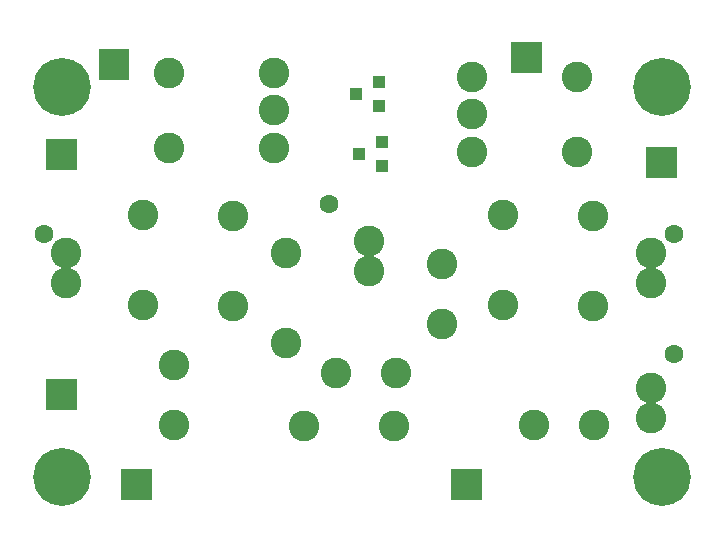
<source format=gbr>
%FSLAX34Y34*%
%MOMM*%
%LNSOLDERMASK_TOP*%
G71*
G01*
%ADD10C,2.600*%
%ADD11C,2.600*%
%ADD12C,4.900*%
%ADD13R,1.100X1.000*%
%ADD14C,1.600*%
%LPD*%
X6350Y-3050D02*
G54D10*
D03*
X6350Y-28450D02*
G54D10*
D03*
X-158750Y-107950D02*
G54D10*
D03*
X-158750Y-158750D02*
G54D10*
D03*
X146050Y-158750D02*
G54D10*
D03*
X196850Y-158750D02*
G54D10*
D03*
X-64083Y-13184D02*
G54D10*
D03*
X-64133Y-89434D02*
G54D10*
D03*
X-64083Y-13184D02*
G54D11*
D03*
X67931Y-22198D02*
G54D10*
D03*
X68043Y-73179D02*
G54D10*
D03*
X67931Y-22198D02*
G54D11*
D03*
X29203Y-114626D02*
G54D10*
D03*
X-21778Y-114739D02*
G54D10*
D03*
X29203Y-114626D02*
G54D11*
D03*
X27416Y-159362D02*
G54D10*
D03*
X-48834Y-159312D02*
G54D10*
D03*
X27416Y-159361D02*
G54D11*
D03*
X-184733Y18566D02*
G54D10*
D03*
X-184783Y-57684D02*
G54D10*
D03*
X-184733Y18566D02*
G54D11*
D03*
X-108542Y18492D02*
G54D10*
D03*
X-184792Y18542D02*
G54D10*
D03*
X-108542Y18492D02*
G54D11*
D03*
X-108542Y18492D02*
G54D10*
D03*
X-108592Y-57758D02*
G54D10*
D03*
X-108542Y18492D02*
G54D11*
D03*
X120067Y18566D02*
G54D10*
D03*
X120017Y-57684D02*
G54D10*
D03*
X120067Y18566D02*
G54D11*
D03*
X196258Y18492D02*
G54D10*
D03*
X120008Y18542D02*
G54D10*
D03*
X196258Y18492D02*
G54D11*
D03*
X196258Y18492D02*
G54D10*
D03*
X196208Y-57758D02*
G54D10*
D03*
X196258Y18492D02*
G54D11*
D03*
X-250377Y-13139D02*
G54D10*
D03*
X-250377Y-38539D02*
G54D10*
D03*
X244923Y-13139D02*
G54D10*
D03*
X244923Y-38539D02*
G54D10*
D03*
X244923Y-127439D02*
G54D10*
D03*
X244923Y-152839D02*
G54D10*
D03*
X-163150Y139173D02*
G54D10*
D03*
X-163150Y75673D02*
G54D10*
D03*
X-74250Y139173D02*
G54D10*
D03*
X-74250Y107423D02*
G54D10*
D03*
X-74250Y75673D02*
G54D10*
D03*
X182290Y72380D02*
G54D10*
D03*
X182290Y135880D02*
G54D10*
D03*
X93390Y72380D02*
G54D10*
D03*
X93390Y104130D02*
G54D10*
D03*
X93390Y135880D02*
G54D10*
D03*
X-254000Y127000D02*
G54D12*
D03*
X254000Y127000D02*
G54D12*
D03*
X-254000Y-203200D02*
G54D12*
D03*
X254000Y-203200D02*
G54D12*
D03*
G36*
X-267000Y82900D02*
X-241000Y82900D01*
X-241000Y56900D01*
X-267000Y56900D01*
X-267000Y82900D01*
G37*
G36*
X-267000Y-120300D02*
X-241000Y-120300D01*
X-241000Y-146300D01*
X-267000Y-146300D01*
X-267000Y-120300D01*
G37*
G36*
X-203500Y-196500D02*
X-177500Y-196500D01*
X-177500Y-222500D01*
X-203500Y-222500D01*
X-203500Y-196500D01*
G37*
G36*
X75900Y-196500D02*
X101900Y-196500D01*
X101900Y-222500D01*
X75900Y-222500D01*
X75900Y-196500D01*
G37*
G36*
X126700Y165450D02*
X152700Y165450D01*
X152700Y139450D01*
X126700Y139450D01*
X126700Y165450D01*
G37*
G36*
X-222550Y159100D02*
X-196550Y159100D01*
X-196550Y133100D01*
X-222550Y133100D01*
X-222550Y159100D01*
G37*
G36*
X241000Y76550D02*
X267000Y76550D01*
X267000Y50550D01*
X241000Y50550D01*
X241000Y76550D01*
G37*
X14967Y111144D02*
G54D13*
D03*
X14967Y131144D02*
G54D13*
D03*
X-5033Y121144D02*
G54D13*
D03*
X17512Y60530D02*
G54D13*
D03*
X17512Y80530D02*
G54D13*
D03*
X-2488Y70530D02*
G54D13*
D03*
X-269100Y3010D02*
G54D14*
D03*
X264300Y3010D02*
G54D14*
D03*
X-27800Y28410D02*
G54D14*
D03*
X264300Y-98590D02*
G54D14*
D03*
M02*

</source>
